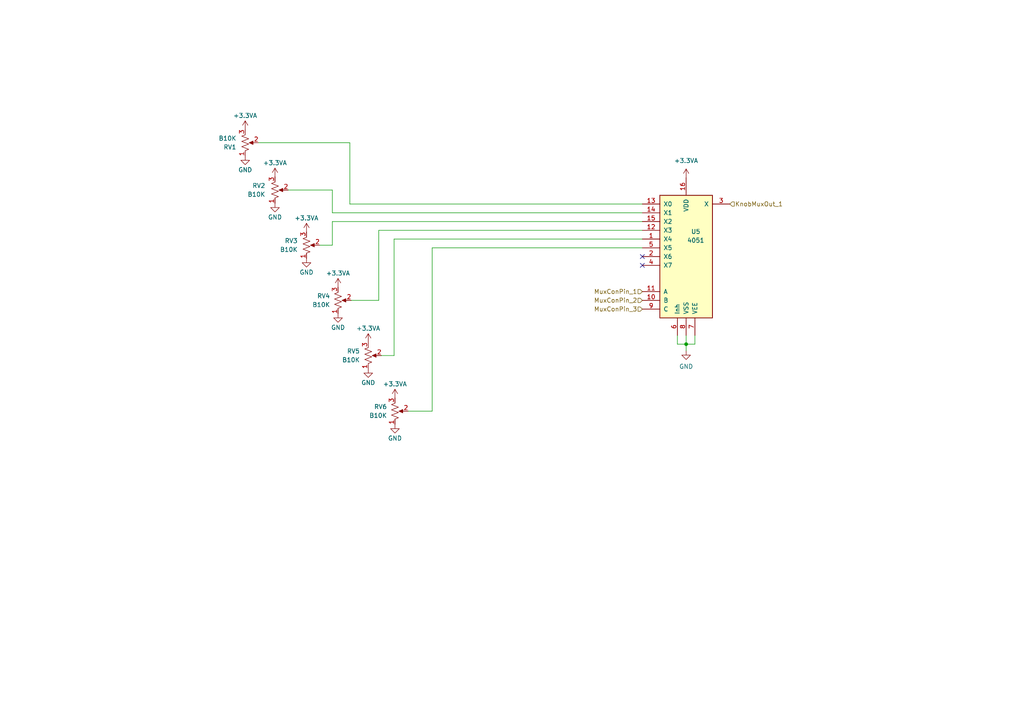
<source format=kicad_sch>
(kicad_sch (version 20230121) (generator eeschema)
  (paper "A4")
  (lib_symbols
    (symbol "4xxx:4051" (pin_names (offset 1.016))
      (property "Reference" "U1" (at 11.176 0 0))
      (property "Value" "4051" (at 11.176 -2.54 0))
      (symbol "4051_1_0"
        (pin passive line (at -12.7 5.08 0) (length 5.08) (name "X4") (number "1"))
        (pin input line (at -12.7 -12.7 0) (length 5.08) (name "B") (number "10"))
        (pin input line (at -12.7 -10.16 0) (length 5.08) (name "A") (number "11"))
        (pin passive line (at -12.7 7.62 0) (length 5.08) (name "X3") (number "12"))
        (pin passive line (at -12.7 15.24 0) (length 5.08) (name "X0") (number "13"))
        (pin passive line (at -12.7 12.7 0) (length 5.08) (name "X1") (number "14"))
        (pin passive line (at -12.7 10.16 0) (length 5.08) (name "X2") (number "15"))
        (pin power_in line (at 0 22.86 270) (length 5.08) (name "VDD") (number "16"))
        (pin passive line (at -12.7 0 0) (length 5.08) (name "X6") (number "2"))
        (pin passive line (at 12.7 15.24 180) (length 5.08) (name "X") (number "3"))
        (pin passive line (at -12.7 -2.54 0) (length 5.08) (name "X7") (number "4"))
        (pin passive line (at -12.7 2.54 0) (length 5.08) (name "X5") (number "5"))
        (pin input line (at -2.54 -22.86 90) (length 5.08) (name "Inh") (number "6"))
        (pin power_in line (at 2.54 -22.86 90) (length 5.08) (name "VEE") (number "7"))
        (pin power_in line (at 0 -22.86 90) (length 5.08) (name "VSS") (number "8"))
        (pin input line (at -12.7 -15.24 0) (length 5.08) (name "C") (number "9"))
      )
      (symbol "4051_1_1"
        (rectangle (start -7.62 17.78) (end 7.62 -17.78) (stroke (width 0.254)) (fill (type background)))
      )
    )
    (symbol "Device:R_Potentiometer_US" (pin_names (offset 1.016) hide)
      (property "Reference" "RV" (at -4.445 0 90))
      (property "Value" "R_Potentiometer_US" (at -2.54 0 90))
      (symbol "R_Potentiometer_US_0_1"
        (polyline (pts (xy 0 -2.286) (xy 0 -2.54)))
        (polyline (pts (xy 0 2.54) (xy 0 2.286)))
        (polyline (pts (xy 2.54 0) (xy 1.524 0)))
        (polyline (pts (xy 1.143 0) (xy 2.286 0.508) (xy 2.286 -0.508) (xy 1.143 0)) (fill (type outline)))
        (polyline (pts (xy 0 -0.762) (xy 1.016 -1.143) (xy 0 -1.524) (xy -1.016 -1.905) (xy 0 -2.286)))
        (polyline (pts (xy 0 0.762) (xy 1.016 0.381) (xy 0 0) (xy -1.016 -0.381) (xy 0 -0.762)))
        (polyline (pts (xy 0 2.286) (xy 1.016 1.905) (xy 0 1.524) (xy -1.016 1.143) (xy 0 0.762)))
      )
      (symbol "R_Potentiometer_US_1_1"
        (pin passive line (at 0 3.81 270) (length 1.27) (name "1") (number "1"))
        (pin passive line (at 3.81 0 180) (length 1.27) (name "2") (number "2"))
        (pin passive line (at 0 -3.81 90) (length 1.27) (name "3") (number "3"))
      )
    )
    (symbol "power:+3.3VA" (power) (pin_names (offset 0))
      (property "Value" "+3.3VA" (at 0 3.556 0))
      (symbol "+3.3VA_0_1"
        (polyline (pts (xy -0.762 1.27) (xy 0 2.54)))
        (polyline (pts (xy 0 0) (xy 0 2.54)))
        (polyline (pts (xy 0 2.54) (xy 0.762 1.27)))
      )
      (symbol "+3.3VA_1_1"
        (pin power_in line (at 0 0 90) (length 0) hide (name "+3.3VA") (number "1"))
      )
    )
    (symbol "power:GND" (power) (pin_names (offset 0))
      (property "Value" "GND" (at 0 -3.81 0))
      (symbol "GND_0_1"
        (polyline (pts (xy 0 0) (xy 0 -1.27) (xy 1.27 -1.27) (xy 0 -2.54) (xy -1.27 -1.27) (xy 0 -1.27)))
      )
      (symbol "GND_1_1"
        (pin power_in line (at 0 0 270) (length 0) hide (name "GND") (number "1"))
      )
    )
  )
  (junction (at 199.009 99.822))
  (no_connect (at 186.309 74.422))
  (no_connect (at 186.309 76.962))
  (wire (pts (xy 96.393 61.722) (xy 186.309 61.722)))
  (wire (pts (xy 186.309 66.802) (xy 109.855 66.802)))
  (wire (pts (xy 96.393 64.262) (xy 96.393 71.12)))
  (wire (pts (xy 186.309 64.262) (xy 96.393 64.262)))
  (wire (pts (xy 109.855 87.122) (xy 101.854 87.122)))
  (wire (pts (xy 186.309 59.182) (xy 101.473 59.182)))
  (wire (pts (xy 186.309 69.342) (xy 114.3 69.342)))
  (wire (pts (xy 96.393 61.722) (xy 96.393 55.118)))
  (wire (pts (xy 109.855 66.802) (xy 109.855 87.122)))
  (wire (pts (xy 114.3 103.124) (xy 110.617 103.124)))
  (wire (pts (xy 201.549 99.822) (xy 199.009 99.822)))
  (wire (pts (xy 186.309 71.882) (xy 125.349 71.882)))
  (wire (pts (xy 199.009 99.822) (xy 199.009 101.727)))
  (wire (pts (xy 96.393 71.12) (xy 92.71 71.12)))
  (wire (pts (xy 201.549 97.282) (xy 201.549 99.822)))
  (wire (pts (xy 199.009 97.282) (xy 199.009 99.822)))
  (wire (pts (xy 196.469 99.822) (xy 199.009 99.822)))
  (wire (pts (xy 114.3 69.342) (xy 114.3 103.124)))
  (wire (pts (xy 101.473 59.182) (xy 101.473 41.402)))
  (wire (pts (xy 125.349 119.253) (xy 118.364 119.253)))
  (wire (pts (xy 196.469 97.282) (xy 196.469 99.822)))
  (wire (pts (xy 83.566 55.118) (xy 96.393 55.118)))
  (wire (pts (xy 125.349 71.882) (xy 125.349 119.253)))
  (wire (pts (xy 101.473 41.402) (xy 74.93 41.402)))
  (hierarchical_label "MuxConPin_3" (shape input) (at 186.309 89.662 180))
  (hierarchical_label "KnobMuxOut_1" (shape input) (at 211.709 59.182 0))
  (hierarchical_label "MuxConPin_2" (shape input) (at 186.309 87.122 180))
  (hierarchical_label "MuxConPin_1" (shape input) (at 186.309 84.582 180))
  (symbol (lib_id "Device:R_Potentiometer_US") (at 106.807 103.124 0) (mirror x) (unit 1)
    (property "Reference" "RV5" (at 104.394 101.854 0) (effects (justify right)))
    (property "Value" "B10K" (at 104.394 104.394 0) (effects (justify right)))
    (property "Footprint" "Potentiometer_THT:Potentiometer_Alpha_RD901F-40-00D_Single_Vertical" (effects hide))
  )
  (symbol (lib_id "power:+3.3VA") (at 88.9 67.31 0) (unit 1)
    (property "Reference" "#PWR015" (effects hide))
    (property "Value" "+3.3VA" (at 88.9 63.246 0))
  )
  (symbol (lib_id "power:GND") (at 114.554 123.063 0) (unit 1)
    (property "Reference" "#PWR022" (effects hide))
    (property "Value" "GND" (at 114.554 127.127 0))
  )
  (symbol (lib_id "power:+3.3VA") (at 114.554 115.443 0) (unit 1)
    (property "Reference" "#PWR021" (effects hide))
    (property "Value" "+3.3VA" (at 114.554 111.379 0))
  )
  (symbol (lib_id "power:+3.3VA") (at 71.12 37.592 0) (unit 1)
    (property "Reference" "#PWR011" (effects hide))
    (property "Value" "+3.3VA" (at 71.12 33.528 0))
  )
  (symbol (lib_id "power:GND") (at 88.9 74.93 0) (unit 1)
    (property "Reference" "#PWR016" (effects hide))
    (property "Value" "GND" (at 88.9 78.994 0))
  )
  (symbol (lib_id "power:+3.3VA") (at 106.807 99.314 0) (unit 1)
    (property "Reference" "#PWR019" (effects hide))
    (property "Value" "+3.3VA" (at 106.807 95.25 0))
  )
  (symbol (lib_id "power:GND") (at 71.12 45.212 0) (unit 1)
    (property "Reference" "#PWR012" (effects hide))
    (property "Value" "GND" (at 71.12 49.276 0))
  )
  (symbol (lib_id "4xxx:4051") (at 199.009 74.422 0) (unit 1)
    (property "Reference" "U5" (at 201.803 67.183 0))
    (property "Value" "4051" (at 201.803 69.723 0))
    (property "Footprint" "Package_DIP:DIP-16_W7.62mm_LongPads" (effects hide))
    (property "Datasheet" "http://www.intersil.com/content/dam/Intersil/documents/cd40/cd4051bms-52bms-53bms.pdf" (effects hide))
  )
  (symbol (lib_id "Device:R_Potentiometer_US") (at 98.044 87.122 0) (mirror x) (unit 1)
    (property "Reference" "RV4" (at 95.758 85.852 0) (effects (justify right)))
    (property "Value" "B10K" (at 95.758 88.392 0) (effects (justify right)))
    (property "Footprint" "Potentiometer_THT:Potentiometer_Alpha_RD901F-40-00D_Single_Vertical" (effects hide))
  )
  (symbol (lib_id "power:GND") (at 199.009 101.727 0) (unit 1)
    (property "Reference" "#PWR028" (effects hide))
    (property "Value" "GND" (at 199.009 106.299 0))
  )
  (symbol (lib_id "Device:R_Potentiometer_US") (at 114.554 119.253 0) (mirror x) (unit 1)
    (property "Reference" "RV6" (at 112.268 117.983 0) (effects (justify right)))
    (property "Value" "B10K" (at 112.268 120.523 0) (effects (justify right)))
    (property "Footprint" "Potentiometer_THT:Potentiometer_Alpha_RD901F-40-00D_Single_Vertical" (effects hide))
  )
  (symbol (lib_id "Device:R_Potentiometer_US") (at 79.756 55.118 0) (mirror x) (unit 1)
    (property "Reference" "RV2" (at 76.962 53.848 0) (effects (justify right)))
    (property "Value" "B10K" (at 76.962 56.388 0) (effects (justify right)))
    (property "Footprint" "Potentiometer_THT:Potentiometer_Alpha_RD901F-40-00D_Single_Vertical" (effects hide))
  )
  (symbol (lib_id "Device:R_Potentiometer_US") (at 88.9 71.12 0) (mirror x) (unit 1)
    (property "Reference" "RV3" (at 86.36 69.85 0) (effects (justify right)))
    (property "Value" "B10K" (at 86.36 72.39 0) (effects (justify right)))
    (property "Footprint" "Potentiometer_THT:Potentiometer_Alpha_RD901F-40-00D_Single_Vertical" (effects hide))
  )
  (symbol (lib_id "power:GND") (at 79.756 58.928 0) (unit 1)
    (property "Reference" "#PWR014" (effects hide))
    (property "Value" "GND" (at 79.756 62.992 0))
  )
  (symbol (lib_id "Device:R_Potentiometer_US") (at 71.12 41.402 0) (mirror x) (unit 1)
    (property "Reference" "RV1" (at 68.58 42.672 0) (effects (justify right)))
    (property "Value" "B10K" (at 68.58 40.132 0) (effects (justify right)))
    (property "Footprint" "Potentiometer_THT:Potentiometer_Alpha_RD901F-40-00D_Single_Vertical" (effects hide))
  )
  (symbol (lib_id "power:GND") (at 98.044 90.932 0) (unit 1)
    (property "Reference" "#PWR018" (effects hide))
    (property "Value" "GND" (at 98.044 94.996 0))
  )
  (symbol (lib_id "power:+3.3VA") (at 199.009 51.562 0) (unit 1)
    (property "Reference" "#PWR027" (effects hide))
    (property "Value" "+3.3VA" (at 199.009 46.609 0))
  )
  (symbol (lib_id "power:+3.3VA") (at 98.044 83.312 0) (unit 1)
    (property "Reference" "#PWR017" (effects hide))
    (property "Value" "+3.3VA" (at 98.044 79.248 0))
  )
  (symbol (lib_id "power:+3.3VA") (at 79.756 51.308 0) (unit 1)
    (property "Reference" "#PWR013" (effects hide))
    (property "Value" "+3.3VA" (at 79.756 47.244 0))
  )
  (symbol (lib_id "power:GND") (at 106.807 106.934 0) (unit 1)
    (property "Reference" "#PWR020" (effects hide))
    (property "Value" "GND" (at 106.807 110.998 0))
  )
)
</source>
